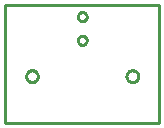
<source format=gbr>
G04 EAGLE Gerber X2 export*
%TF.Part,Single*%
%TF.FileFunction,Profile,NP*%
%TF.FilePolarity,Positive*%
%TF.GenerationSoftware,Autodesk,EAGLE,9.1.0*%
%TF.CreationDate,2020-08-17T16:39:20Z*%
G75*
%MOMM*%
%FSLAX34Y34*%
%LPD*%
%AMOC8*
5,1,8,0,0,1.08239X$1,22.5*%
G01*
%ADD10C,0.254000*%


D10*
X0Y0D02*
X130000Y0D01*
X130000Y100600D01*
X0Y100600D01*
X0Y0D01*
X27500Y39719D02*
X27500Y40281D01*
X27437Y40839D01*
X27312Y41386D01*
X27127Y41916D01*
X26883Y42422D01*
X26584Y42898D01*
X26234Y43337D01*
X25837Y43734D01*
X25398Y44084D01*
X24922Y44383D01*
X24416Y44627D01*
X23886Y44812D01*
X23339Y44937D01*
X22781Y45000D01*
X22219Y45000D01*
X21661Y44937D01*
X21114Y44812D01*
X20584Y44627D01*
X20078Y44383D01*
X19602Y44084D01*
X19163Y43734D01*
X18766Y43337D01*
X18416Y42898D01*
X18117Y42422D01*
X17873Y41916D01*
X17688Y41386D01*
X17563Y40839D01*
X17500Y40281D01*
X17500Y39719D01*
X17563Y39161D01*
X17688Y38614D01*
X17873Y38084D01*
X18117Y37578D01*
X18416Y37102D01*
X18766Y36663D01*
X19163Y36266D01*
X19602Y35916D01*
X20078Y35617D01*
X20584Y35373D01*
X21114Y35188D01*
X21661Y35063D01*
X22219Y35000D01*
X22781Y35000D01*
X23339Y35063D01*
X23886Y35188D01*
X24416Y35373D01*
X24922Y35617D01*
X25398Y35916D01*
X25837Y36266D01*
X26234Y36663D01*
X26584Y37102D01*
X26883Y37578D01*
X27127Y38084D01*
X27312Y38614D01*
X27437Y39161D01*
X27500Y39719D01*
X112500Y39719D02*
X112500Y40281D01*
X112437Y40839D01*
X112312Y41386D01*
X112127Y41916D01*
X111883Y42422D01*
X111584Y42898D01*
X111234Y43337D01*
X110837Y43734D01*
X110398Y44084D01*
X109922Y44383D01*
X109416Y44627D01*
X108886Y44812D01*
X108339Y44937D01*
X107781Y45000D01*
X107219Y45000D01*
X106661Y44937D01*
X106114Y44812D01*
X105584Y44627D01*
X105078Y44383D01*
X104602Y44084D01*
X104163Y43734D01*
X103766Y43337D01*
X103416Y42898D01*
X103117Y42422D01*
X102873Y41916D01*
X102688Y41386D01*
X102563Y40839D01*
X102500Y40281D01*
X102500Y39719D01*
X102563Y39161D01*
X102688Y38614D01*
X102873Y38084D01*
X103117Y37578D01*
X103416Y37102D01*
X103766Y36663D01*
X104163Y36266D01*
X104602Y35916D01*
X105078Y35617D01*
X105584Y35373D01*
X106114Y35188D01*
X106661Y35063D01*
X107219Y35000D01*
X107781Y35000D01*
X108339Y35063D01*
X108886Y35188D01*
X109416Y35373D01*
X109922Y35617D01*
X110398Y35916D01*
X110837Y36266D01*
X111234Y36663D01*
X111584Y37102D01*
X111883Y37578D01*
X112127Y38084D01*
X112312Y38614D01*
X112437Y39161D01*
X112500Y39719D01*
X68750Y90154D02*
X68686Y89667D01*
X68559Y89192D01*
X68371Y88738D01*
X68125Y88312D01*
X67825Y87922D01*
X67478Y87575D01*
X67088Y87275D01*
X66662Y87030D01*
X66208Y86841D01*
X65733Y86714D01*
X65246Y86650D01*
X64754Y86650D01*
X64267Y86714D01*
X63792Y86841D01*
X63338Y87030D01*
X62912Y87275D01*
X62522Y87575D01*
X62175Y87922D01*
X61875Y88312D01*
X61630Y88738D01*
X61441Y89192D01*
X61314Y89667D01*
X61250Y90154D01*
X61250Y90646D01*
X61314Y91133D01*
X61441Y91608D01*
X61630Y92062D01*
X61875Y92488D01*
X62175Y92878D01*
X62522Y93225D01*
X62912Y93525D01*
X63338Y93771D01*
X63792Y93959D01*
X64267Y94086D01*
X64754Y94150D01*
X65246Y94150D01*
X65733Y94086D01*
X66208Y93959D01*
X66662Y93771D01*
X67088Y93525D01*
X67478Y93225D01*
X67825Y92878D01*
X68125Y92488D01*
X68371Y92062D01*
X68559Y91608D01*
X68686Y91133D01*
X68750Y90646D01*
X68750Y90154D01*
X68750Y70154D02*
X68686Y69667D01*
X68559Y69192D01*
X68371Y68738D01*
X68125Y68312D01*
X67825Y67922D01*
X67478Y67575D01*
X67088Y67275D01*
X66662Y67030D01*
X66208Y66841D01*
X65733Y66714D01*
X65246Y66650D01*
X64754Y66650D01*
X64267Y66714D01*
X63792Y66841D01*
X63338Y67030D01*
X62912Y67275D01*
X62522Y67575D01*
X62175Y67922D01*
X61875Y68312D01*
X61630Y68738D01*
X61441Y69192D01*
X61314Y69667D01*
X61250Y70154D01*
X61250Y70646D01*
X61314Y71133D01*
X61441Y71608D01*
X61630Y72062D01*
X61875Y72488D01*
X62175Y72878D01*
X62522Y73225D01*
X62912Y73525D01*
X63338Y73771D01*
X63792Y73959D01*
X64267Y74086D01*
X64754Y74150D01*
X65246Y74150D01*
X65733Y74086D01*
X66208Y73959D01*
X66662Y73771D01*
X67088Y73525D01*
X67478Y73225D01*
X67825Y72878D01*
X68125Y72488D01*
X68371Y72062D01*
X68559Y71608D01*
X68686Y71133D01*
X68750Y70646D01*
X68750Y70154D01*
M02*

</source>
